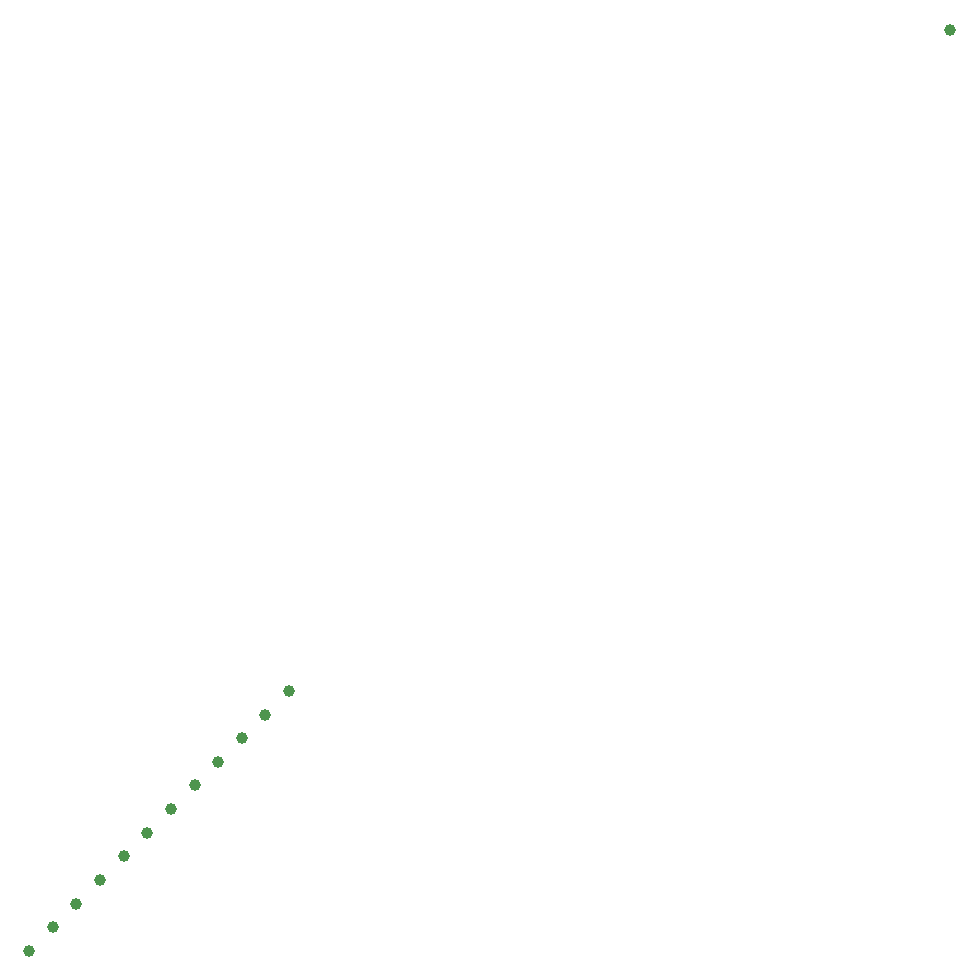
<source format=gbr>
G04 Examples for testing time performance of Gerber parsers*
%FSLAX26Y26*%
%MOMM*%
%ADD10C,1*%
%LPD*%
D10*
X0Y0D03*
X78000000Y78000000D03*
X2000000Y2000000D03*
X4000000Y4000000D03*
X6000000Y6000000D03*
X8000000Y8000000D03*
X10000000Y10000000D03*
X12000000Y12000000D03*
X14000000Y14000000D03*
X16000000Y16000000D03*
X18000000Y18000000D03*
X20000000Y20000000D03*
X22000000Y22000000D03*
M02*

</source>
